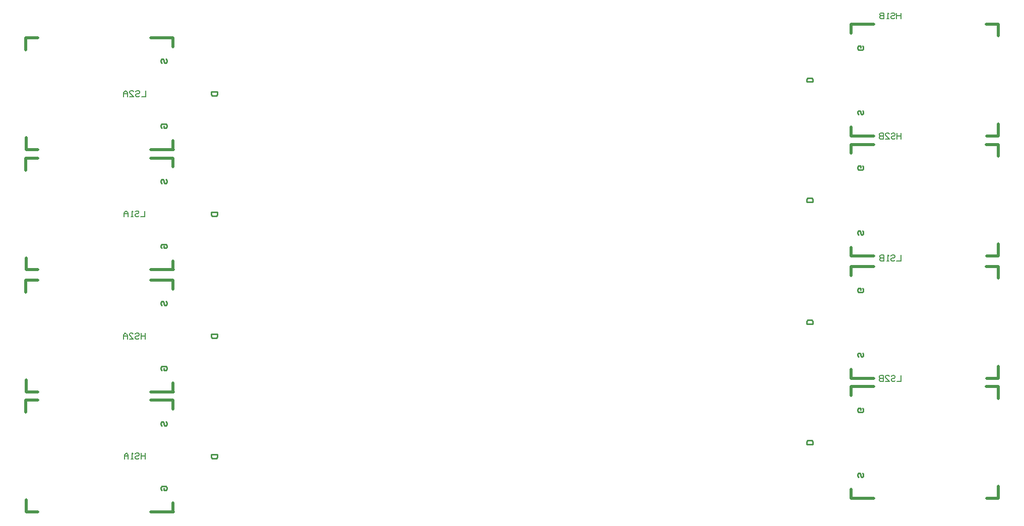
<source format=gbo>
G04*
G04 #@! TF.GenerationSoftware,Altium Limited,Altium Designer,18.0.12 (696)*
G04*
G04 Layer_Color=32896*
%FSLAX23Y23*%
%MOIN*%
G70*
G01*
G75*
%ADD13C,0.020*%
%ADD16C,0.010*%
%ADD19C,0.006*%
D13*
X2407Y2659D02*
X2555D01*
X2407Y1920D02*
X2556D01*
X1582Y2659D02*
X1661D01*
X1584Y1920D02*
X1662D01*
X2555D02*
Y1979D01*
X1583Y1920D02*
Y1999D01*
X2555Y2600D02*
Y2659D01*
X1582Y2579D02*
Y2658D01*
X8011Y4409D02*
Y4488D01*
X7038Y4408D02*
Y4467D01*
X8011Y5069D02*
Y5147D01*
X7038Y5088D02*
Y5147D01*
X7931D02*
X8010D01*
X7933Y4408D02*
X8011D01*
X7038Y5147D02*
X7187D01*
X7038Y4408D02*
X7187D01*
X2407Y3454D02*
X2555D01*
X2407Y2715D02*
X2556D01*
X1582Y3454D02*
X1661D01*
X1584Y2715D02*
X1662D01*
X2555D02*
Y2774D01*
X1583Y2715D02*
Y2794D01*
X2555Y3395D02*
Y3454D01*
X1582Y3374D02*
Y3453D01*
X8011Y3614D02*
Y3693D01*
X7038Y3613D02*
Y3672D01*
X8011Y4273D02*
Y4352D01*
X7038Y4293D02*
Y4352D01*
X7931D02*
X8010D01*
X7933Y3613D02*
X8011D01*
X7038Y4352D02*
X7187D01*
X7038Y3613D02*
X7187D01*
X2407Y4262D02*
X2555D01*
X2407Y3523D02*
X2556D01*
X1582Y4262D02*
X1661D01*
X1584Y3523D02*
X1662D01*
X2555D02*
Y3582D01*
X1583Y3523D02*
Y3602D01*
X2555Y4203D02*
Y4262D01*
X1582Y4182D02*
Y4261D01*
X8011Y2806D02*
Y2885D01*
X7038Y2805D02*
Y2864D01*
X8011Y3466D02*
Y3544D01*
X7038Y3485D02*
Y3544D01*
X7931D02*
X8010D01*
X7933Y2805D02*
X8011D01*
X7038Y3544D02*
X7187D01*
X7038Y2805D02*
X7187D01*
X2407Y5057D02*
X2555D01*
X2407Y4318D02*
X2556D01*
X1582Y5057D02*
X1661D01*
X1584Y4318D02*
X1662D01*
X2555D02*
Y4377D01*
X1583Y4318D02*
Y4397D01*
X2555Y4998D02*
Y5057D01*
X1582Y4977D02*
Y5056D01*
X8011Y2011D02*
Y2090D01*
X7038Y2010D02*
Y2069D01*
X8011Y2670D02*
Y2749D01*
X7038Y2690D02*
Y2749D01*
X7931D02*
X8010D01*
X7933Y2010D02*
X8011D01*
X7038Y2749D02*
X7187D01*
X7038Y2010D02*
X7187D01*
D16*
X2809Y2301D02*
X2848D01*
Y2282D01*
X2842Y2275D01*
X2815D01*
X2809Y2282D01*
Y2301D01*
X2481Y2492D02*
X2474Y2498D01*
Y2511D01*
X2481Y2518D01*
X2487D01*
X2494Y2511D01*
Y2498D01*
X2500Y2492D01*
X2507D01*
X2513Y2498D01*
Y2511D01*
X2507Y2518D01*
X2481Y2063D02*
X2474Y2069D01*
Y2082D01*
X2481Y2089D01*
X2507D01*
X2513Y2082D01*
Y2069D01*
X2507Y2063D01*
X2494D01*
Y2076D01*
X7113Y5005D02*
X7119Y4998D01*
Y4985D01*
X7113Y4978D01*
X7087D01*
X7080Y4985D01*
Y4998D01*
X7087Y5005D01*
X7100D01*
Y4991D01*
X7113Y4575D02*
X7119Y4569D01*
Y4556D01*
X7113Y4549D01*
X7106D01*
X7100Y4556D01*
Y4569D01*
X7093Y4575D01*
X7087D01*
X7080Y4569D01*
Y4556D01*
X7087Y4549D01*
X6785Y4766D02*
X6745D01*
Y4785D01*
X6752Y4792D01*
X6778D01*
X6785Y4785D01*
Y4766D01*
X2809Y3097D02*
X2848D01*
Y3077D01*
X2842Y3070D01*
X2815D01*
X2809Y3077D01*
Y3097D01*
X2481Y3287D02*
X2474Y3293D01*
Y3307D01*
X2481Y3313D01*
X2487D01*
X2494Y3307D01*
Y3293D01*
X2500Y3287D01*
X2507D01*
X2513Y3293D01*
Y3307D01*
X2507Y3313D01*
X2481Y2858D02*
X2474Y2864D01*
Y2877D01*
X2481Y2884D01*
X2507D01*
X2513Y2877D01*
Y2864D01*
X2507Y2858D01*
X2494D01*
Y2871D01*
X7113Y4209D02*
X7119Y4203D01*
Y4190D01*
X7113Y4183D01*
X7087D01*
X7080Y4190D01*
Y4203D01*
X7087Y4209D01*
X7100D01*
Y4196D01*
X7113Y3780D02*
X7119Y3774D01*
Y3761D01*
X7113Y3754D01*
X7106D01*
X7100Y3761D01*
Y3774D01*
X7093Y3780D01*
X7087D01*
X7080Y3774D01*
Y3761D01*
X7087Y3754D01*
X6785Y3971D02*
X6745D01*
Y3990D01*
X6752Y3997D01*
X6778D01*
X6785Y3990D01*
Y3971D01*
X2809Y3904D02*
X2848D01*
Y3885D01*
X2842Y3878D01*
X2815D01*
X2809Y3885D01*
Y3904D01*
X2481Y4095D02*
X2474Y4101D01*
Y4114D01*
X2481Y4121D01*
X2487D01*
X2494Y4114D01*
Y4101D01*
X2500Y4095D01*
X2507D01*
X2513Y4101D01*
Y4114D01*
X2507Y4121D01*
X2481Y3666D02*
X2474Y3672D01*
Y3685D01*
X2481Y3692D01*
X2507D01*
X2513Y3685D01*
Y3672D01*
X2507Y3666D01*
X2494D01*
Y3679D01*
X7113Y3402D02*
X7119Y3395D01*
Y3382D01*
X7113Y3375D01*
X7087D01*
X7080Y3382D01*
Y3395D01*
X7087Y3402D01*
X7100D01*
Y3388D01*
X7113Y2972D02*
X7119Y2966D01*
Y2953D01*
X7113Y2946D01*
X7106D01*
X7100Y2953D01*
Y2966D01*
X7093Y2972D01*
X7087D01*
X7080Y2966D01*
Y2953D01*
X7087Y2946D01*
X6785Y3163D02*
X6745D01*
Y3182D01*
X6752Y3189D01*
X6778D01*
X6785Y3182D01*
Y3163D01*
X2809Y4700D02*
X2848D01*
Y4680D01*
X2842Y4673D01*
X2815D01*
X2809Y4680D01*
Y4700D01*
X2481Y4890D02*
X2474Y4896D01*
Y4910D01*
X2481Y4916D01*
X2487D01*
X2494Y4910D01*
Y4896D01*
X2500Y4890D01*
X2507D01*
X2513Y4896D01*
Y4910D01*
X2507Y4916D01*
X2481Y4461D02*
X2474Y4467D01*
Y4480D01*
X2481Y4487D01*
X2507D01*
X2513Y4480D01*
Y4467D01*
X2507Y4461D01*
X2494D01*
Y4474D01*
X7113Y2606D02*
X7119Y2600D01*
Y2587D01*
X7113Y2580D01*
X7087D01*
X7080Y2587D01*
Y2600D01*
X7087Y2606D01*
X7100D01*
Y2593D01*
X7113Y2177D02*
X7119Y2171D01*
Y2158D01*
X7113Y2151D01*
X7106D01*
X7100Y2158D01*
Y2171D01*
X7093Y2177D01*
X7087D01*
X7080Y2171D01*
Y2158D01*
X7087Y2151D01*
X6785Y2368D02*
X6745D01*
Y2387D01*
X6752Y2394D01*
X6778D01*
X6785Y2387D01*
Y2368D01*
D19*
X7369Y2824D02*
Y2785D01*
X7342D01*
X7303Y2818D02*
X7310Y2824D01*
X7323D01*
X7329Y2818D01*
Y2811D01*
X7323Y2805D01*
X7310D01*
X7303Y2798D01*
Y2792D01*
X7310Y2785D01*
X7323D01*
X7329Y2792D01*
X7264Y2785D02*
X7290D01*
X7264Y2811D01*
Y2818D01*
X7270Y2824D01*
X7283D01*
X7290Y2818D01*
X7251Y2824D02*
Y2785D01*
X7231D01*
X7224Y2792D01*
Y2798D01*
X7231Y2805D01*
X7251D01*
X7231D01*
X7224Y2811D01*
Y2818D01*
X7231Y2824D01*
X7251D01*
X2373Y4707D02*
Y4668D01*
X2346D01*
X2307Y4701D02*
X2314Y4707D01*
X2327D01*
X2333Y4701D01*
Y4694D01*
X2327Y4688D01*
X2314D01*
X2307Y4681D01*
Y4675D01*
X2314Y4668D01*
X2327D01*
X2333Y4675D01*
X2268Y4668D02*
X2294D01*
X2268Y4694D01*
Y4701D01*
X2274Y4707D01*
X2287D01*
X2294Y4701D01*
X2255Y4668D02*
Y4694D01*
X2241Y4707D01*
X2228Y4694D01*
Y4668D01*
Y4688D01*
X2255D01*
X7366Y3619D02*
Y3580D01*
X7339D01*
X7300Y3613D02*
X7307Y3619D01*
X7320D01*
X7326Y3613D01*
Y3606D01*
X7320Y3600D01*
X7307D01*
X7300Y3593D01*
Y3587D01*
X7307Y3580D01*
X7320D01*
X7326Y3587D01*
X7287Y3580D02*
X7274D01*
X7280D01*
Y3619D01*
X7287Y3613D01*
X7254Y3619D02*
Y3580D01*
X7234D01*
X7228Y3587D01*
Y3593D01*
X7234Y3600D01*
X7254D01*
X7234D01*
X7228Y3606D01*
Y3613D01*
X7234Y3619D01*
X7254D01*
X2369Y3912D02*
Y3873D01*
X2342D01*
X2303Y3906D02*
X2310Y3912D01*
X2323D01*
X2329Y3906D01*
Y3899D01*
X2323Y3893D01*
X2310D01*
X2303Y3886D01*
Y3880D01*
X2310Y3873D01*
X2323D01*
X2329Y3880D01*
X2290Y3873D02*
X2277D01*
X2283D01*
Y3912D01*
X2290Y3906D01*
X2257Y3873D02*
Y3899D01*
X2244Y3912D01*
X2231Y3899D01*
Y3873D01*
Y3893D01*
X2257D01*
X7369Y4427D02*
Y4388D01*
Y4408D01*
X7342D01*
Y4427D01*
Y4388D01*
X7303Y4421D02*
X7310Y4427D01*
X7323D01*
X7329Y4421D01*
Y4414D01*
X7323Y4408D01*
X7310D01*
X7303Y4401D01*
Y4395D01*
X7310Y4388D01*
X7323D01*
X7329Y4395D01*
X7264Y4388D02*
X7290D01*
X7264Y4414D01*
Y4421D01*
X7270Y4427D01*
X7283D01*
X7290Y4421D01*
X7251Y4427D02*
Y4388D01*
X7231D01*
X7224Y4395D01*
Y4401D01*
X7231Y4408D01*
X7251D01*
X7231D01*
X7224Y4414D01*
Y4421D01*
X7231Y4427D01*
X7251D01*
X2371Y3104D02*
Y3065D01*
Y3085D01*
X2344D01*
Y3104D01*
Y3065D01*
X2305Y3098D02*
X2312Y3104D01*
X2325D01*
X2331Y3098D01*
Y3091D01*
X2325Y3085D01*
X2312D01*
X2305Y3078D01*
Y3072D01*
X2312Y3065D01*
X2325D01*
X2331Y3072D01*
X2266Y3065D02*
X2292D01*
X2266Y3091D01*
Y3098D01*
X2272Y3104D01*
X2285D01*
X2292Y3098D01*
X2253Y3065D02*
Y3091D01*
X2239Y3104D01*
X2226Y3091D01*
Y3065D01*
Y3085D01*
X2253D01*
X7366Y5222D02*
Y5183D01*
Y5203D01*
X7339D01*
Y5222D01*
Y5183D01*
X7300Y5216D02*
X7307Y5222D01*
X7320D01*
X7326Y5216D01*
Y5209D01*
X7320Y5203D01*
X7307D01*
X7300Y5196D01*
Y5190D01*
X7307Y5183D01*
X7320D01*
X7326Y5190D01*
X7287Y5183D02*
X7274D01*
X7280D01*
Y5222D01*
X7287Y5216D01*
X7254Y5222D02*
Y5183D01*
X7234D01*
X7228Y5190D01*
Y5196D01*
X7234Y5203D01*
X7254D01*
X7234D01*
X7228Y5209D01*
Y5216D01*
X7234Y5222D01*
X7254D01*
X2371Y2309D02*
Y2270D01*
Y2290D01*
X2344D01*
Y2309D01*
Y2270D01*
X2305Y2303D02*
X2312Y2309D01*
X2325D01*
X2331Y2303D01*
Y2296D01*
X2325Y2290D01*
X2312D01*
X2305Y2283D01*
Y2277D01*
X2312Y2270D01*
X2325D01*
X2331Y2277D01*
X2292Y2270D02*
X2279D01*
X2285D01*
Y2309D01*
X2292Y2303D01*
X2259Y2270D02*
Y2296D01*
X2246Y2309D01*
X2233Y2296D01*
Y2270D01*
Y2290D01*
X2259D01*
M02*

</source>
